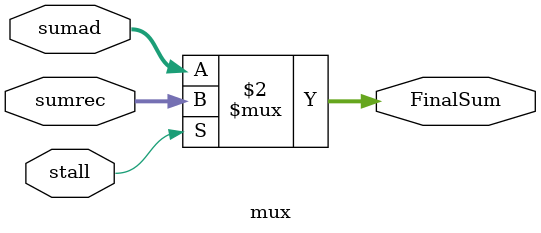
<source format=sv>
`timescale 1ns / 1ps



module mux(input [15:0]sumad, input [15:0]sumrec, input stall, output [15:0] FinalSum);
    assign FinalSum=(stall==0)?sumad:sumrec;


endmodule
</source>
